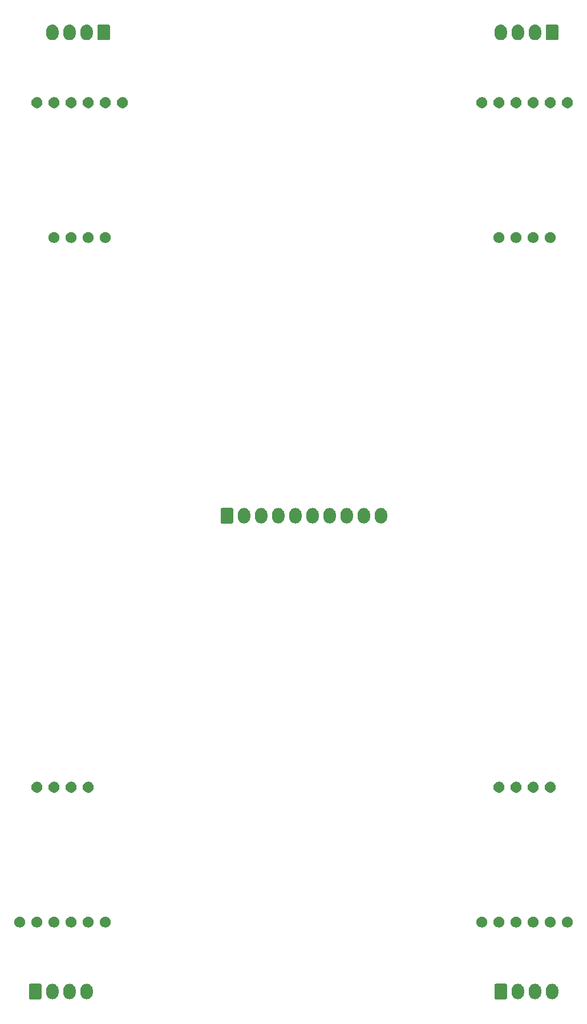
<source format=gbr>
G04 #@! TF.GenerationSoftware,KiCad,Pcbnew,(5.1.5-0)*
G04 #@! TF.CreationDate,2020-03-21T21:07:46+01:00*
G04 #@! TF.ProjectId,load_cells_connector_board,6c6f6164-5f63-4656-9c6c-735f636f6e6e,v01*
G04 #@! TF.SameCoordinates,Original*
G04 #@! TF.FileFunction,Soldermask,Bot*
G04 #@! TF.FilePolarity,Negative*
%FSLAX46Y46*%
G04 Gerber Fmt 4.6, Leading zero omitted, Abs format (unit mm)*
G04 Created by KiCad (PCBNEW (5.1.5-0)) date 2020-03-21 21:07:46*
%MOMM*%
%LPD*%
G04 APERTURE LIST*
%ADD10C,0.100000*%
G04 APERTURE END LIST*
D10*
G36*
X102796547Y-179202326D02*
G01*
X102970156Y-179254990D01*
X102970158Y-179254991D01*
X103130155Y-179340511D01*
X103270397Y-179455603D01*
X103349729Y-179552271D01*
X103385489Y-179595844D01*
X103471010Y-179755843D01*
X103523674Y-179929452D01*
X103537000Y-180064756D01*
X103537000Y-180615243D01*
X103523674Y-180750548D01*
X103471010Y-180924157D01*
X103385489Y-181084156D01*
X103349729Y-181127729D01*
X103270397Y-181224397D01*
X103173729Y-181303729D01*
X103130156Y-181339489D01*
X102970157Y-181425010D01*
X102796548Y-181477674D01*
X102616000Y-181495456D01*
X102435453Y-181477674D01*
X102261844Y-181425010D01*
X102101845Y-181339489D01*
X102058272Y-181303729D01*
X101961604Y-181224397D01*
X101846513Y-181084157D01*
X101846512Y-181084155D01*
X101760990Y-180924157D01*
X101708326Y-180750548D01*
X101695000Y-180615244D01*
X101695000Y-180064757D01*
X101708326Y-179929453D01*
X101760990Y-179755844D01*
X101846511Y-179595845D01*
X101846512Y-179595844D01*
X101961603Y-179455603D01*
X102087388Y-179352375D01*
X102101844Y-179340511D01*
X102261843Y-179254990D01*
X102435452Y-179202326D01*
X102616000Y-179184544D01*
X102796547Y-179202326D01*
G37*
G36*
X105336547Y-179202326D02*
G01*
X105510156Y-179254990D01*
X105510158Y-179254991D01*
X105670155Y-179340511D01*
X105810397Y-179455603D01*
X105889729Y-179552271D01*
X105925489Y-179595844D01*
X106011010Y-179755843D01*
X106063674Y-179929452D01*
X106077000Y-180064756D01*
X106077000Y-180615243D01*
X106063674Y-180750548D01*
X106011010Y-180924157D01*
X105925489Y-181084156D01*
X105889729Y-181127729D01*
X105810397Y-181224397D01*
X105713729Y-181303729D01*
X105670156Y-181339489D01*
X105510157Y-181425010D01*
X105336548Y-181477674D01*
X105156000Y-181495456D01*
X104975453Y-181477674D01*
X104801844Y-181425010D01*
X104641845Y-181339489D01*
X104598272Y-181303729D01*
X104501604Y-181224397D01*
X104386513Y-181084157D01*
X104386512Y-181084155D01*
X104300990Y-180924157D01*
X104248326Y-180750548D01*
X104235000Y-180615244D01*
X104235000Y-180064757D01*
X104248326Y-179929453D01*
X104300990Y-179755844D01*
X104386511Y-179595845D01*
X104386512Y-179595844D01*
X104501603Y-179455603D01*
X104627388Y-179352375D01*
X104641844Y-179340511D01*
X104801843Y-179254990D01*
X104975452Y-179202326D01*
X105156000Y-179184544D01*
X105336547Y-179202326D01*
G37*
G36*
X107876547Y-179202326D02*
G01*
X108050156Y-179254990D01*
X108050158Y-179254991D01*
X108210155Y-179340511D01*
X108350397Y-179455603D01*
X108429729Y-179552271D01*
X108465489Y-179595844D01*
X108551010Y-179755843D01*
X108603674Y-179929452D01*
X108617000Y-180064756D01*
X108617000Y-180615243D01*
X108603674Y-180750548D01*
X108551010Y-180924157D01*
X108465489Y-181084156D01*
X108429729Y-181127729D01*
X108350397Y-181224397D01*
X108253729Y-181303729D01*
X108210156Y-181339489D01*
X108050157Y-181425010D01*
X107876548Y-181477674D01*
X107696000Y-181495456D01*
X107515453Y-181477674D01*
X107341844Y-181425010D01*
X107181845Y-181339489D01*
X107138272Y-181303729D01*
X107041604Y-181224397D01*
X106926513Y-181084157D01*
X106926512Y-181084155D01*
X106840990Y-180924157D01*
X106788326Y-180750548D01*
X106775000Y-180615244D01*
X106775000Y-180064757D01*
X106788326Y-179929453D01*
X106840990Y-179755844D01*
X106926511Y-179595845D01*
X106926512Y-179595844D01*
X107041603Y-179455603D01*
X107167388Y-179352375D01*
X107181844Y-179340511D01*
X107341843Y-179254990D01*
X107515452Y-179202326D01*
X107696000Y-179184544D01*
X107876547Y-179202326D01*
G37*
G36*
X171884547Y-179202326D02*
G01*
X172058156Y-179254990D01*
X172058158Y-179254991D01*
X172218155Y-179340511D01*
X172358397Y-179455603D01*
X172437729Y-179552271D01*
X172473489Y-179595844D01*
X172559010Y-179755843D01*
X172611674Y-179929452D01*
X172625000Y-180064756D01*
X172625000Y-180615243D01*
X172611674Y-180750548D01*
X172559010Y-180924157D01*
X172473489Y-181084156D01*
X172437729Y-181127729D01*
X172358397Y-181224397D01*
X172261729Y-181303729D01*
X172218156Y-181339489D01*
X172058157Y-181425010D01*
X171884548Y-181477674D01*
X171704000Y-181495456D01*
X171523453Y-181477674D01*
X171349844Y-181425010D01*
X171189845Y-181339489D01*
X171146272Y-181303729D01*
X171049604Y-181224397D01*
X170934513Y-181084157D01*
X170934512Y-181084155D01*
X170848990Y-180924157D01*
X170796326Y-180750548D01*
X170783000Y-180615244D01*
X170783000Y-180064757D01*
X170796326Y-179929453D01*
X170848990Y-179755844D01*
X170934511Y-179595845D01*
X170934512Y-179595844D01*
X171049603Y-179455603D01*
X171175388Y-179352375D01*
X171189844Y-179340511D01*
X171349843Y-179254990D01*
X171523452Y-179202326D01*
X171704000Y-179184544D01*
X171884547Y-179202326D01*
G37*
G36*
X174424547Y-179202326D02*
G01*
X174598156Y-179254990D01*
X174598158Y-179254991D01*
X174758155Y-179340511D01*
X174898397Y-179455603D01*
X174977729Y-179552271D01*
X175013489Y-179595844D01*
X175099010Y-179755843D01*
X175151674Y-179929452D01*
X175165000Y-180064756D01*
X175165000Y-180615243D01*
X175151674Y-180750548D01*
X175099010Y-180924157D01*
X175013489Y-181084156D01*
X174977729Y-181127729D01*
X174898397Y-181224397D01*
X174801729Y-181303729D01*
X174758156Y-181339489D01*
X174598157Y-181425010D01*
X174424548Y-181477674D01*
X174244000Y-181495456D01*
X174063453Y-181477674D01*
X173889844Y-181425010D01*
X173729845Y-181339489D01*
X173686272Y-181303729D01*
X173589604Y-181224397D01*
X173474513Y-181084157D01*
X173474512Y-181084155D01*
X173388990Y-180924157D01*
X173336326Y-180750548D01*
X173323000Y-180615244D01*
X173323000Y-180064757D01*
X173336326Y-179929453D01*
X173388990Y-179755844D01*
X173474511Y-179595845D01*
X173474512Y-179595844D01*
X173589603Y-179455603D01*
X173715388Y-179352375D01*
X173729844Y-179340511D01*
X173889843Y-179254990D01*
X174063452Y-179202326D01*
X174244000Y-179184544D01*
X174424547Y-179202326D01*
G37*
G36*
X176964547Y-179202326D02*
G01*
X177138156Y-179254990D01*
X177138158Y-179254991D01*
X177298155Y-179340511D01*
X177438397Y-179455603D01*
X177517729Y-179552271D01*
X177553489Y-179595844D01*
X177639010Y-179755843D01*
X177691674Y-179929452D01*
X177705000Y-180064756D01*
X177705000Y-180615243D01*
X177691674Y-180750548D01*
X177639010Y-180924157D01*
X177553489Y-181084156D01*
X177517729Y-181127729D01*
X177438397Y-181224397D01*
X177341729Y-181303729D01*
X177298156Y-181339489D01*
X177138157Y-181425010D01*
X176964548Y-181477674D01*
X176784000Y-181495456D01*
X176603453Y-181477674D01*
X176429844Y-181425010D01*
X176269845Y-181339489D01*
X176226272Y-181303729D01*
X176129604Y-181224397D01*
X176014513Y-181084157D01*
X176014512Y-181084155D01*
X175928990Y-180924157D01*
X175876326Y-180750548D01*
X175863000Y-180615244D01*
X175863000Y-180064757D01*
X175876326Y-179929453D01*
X175928990Y-179755844D01*
X176014511Y-179595845D01*
X176014512Y-179595844D01*
X176129603Y-179455603D01*
X176255388Y-179352375D01*
X176269844Y-179340511D01*
X176429843Y-179254990D01*
X176603452Y-179202326D01*
X176784000Y-179184544D01*
X176964547Y-179202326D01*
G37*
G36*
X169943561Y-179192966D02*
G01*
X169976383Y-179202923D01*
X170006632Y-179219092D01*
X170033148Y-179240852D01*
X170054908Y-179267368D01*
X170071077Y-179297617D01*
X170081034Y-179330439D01*
X170085000Y-179370713D01*
X170085000Y-181309287D01*
X170081034Y-181349561D01*
X170071077Y-181382383D01*
X170054908Y-181412632D01*
X170033148Y-181439148D01*
X170006632Y-181460908D01*
X169976383Y-181477077D01*
X169943561Y-181487034D01*
X169903287Y-181491000D01*
X168424713Y-181491000D01*
X168384439Y-181487034D01*
X168351617Y-181477077D01*
X168321368Y-181460908D01*
X168294852Y-181439148D01*
X168273092Y-181412632D01*
X168256923Y-181382383D01*
X168246966Y-181349561D01*
X168243000Y-181309287D01*
X168243000Y-179370713D01*
X168246966Y-179330439D01*
X168256923Y-179297617D01*
X168273092Y-179267368D01*
X168294852Y-179240852D01*
X168321368Y-179219092D01*
X168351617Y-179202923D01*
X168384439Y-179192966D01*
X168424713Y-179189000D01*
X169903287Y-179189000D01*
X169943561Y-179192966D01*
G37*
G36*
X100855561Y-179192966D02*
G01*
X100888383Y-179202923D01*
X100918632Y-179219092D01*
X100945148Y-179240852D01*
X100966908Y-179267368D01*
X100983077Y-179297617D01*
X100993034Y-179330439D01*
X100997000Y-179370713D01*
X100997000Y-181309287D01*
X100993034Y-181349561D01*
X100983077Y-181382383D01*
X100966908Y-181412632D01*
X100945148Y-181439148D01*
X100918632Y-181460908D01*
X100888383Y-181477077D01*
X100855561Y-181487034D01*
X100815287Y-181491000D01*
X99336713Y-181491000D01*
X99296439Y-181487034D01*
X99263617Y-181477077D01*
X99233368Y-181460908D01*
X99206852Y-181439148D01*
X99185092Y-181412632D01*
X99168923Y-181382383D01*
X99158966Y-181349561D01*
X99155000Y-181309287D01*
X99155000Y-179370713D01*
X99158966Y-179330439D01*
X99168923Y-179297617D01*
X99185092Y-179267368D01*
X99206852Y-179240852D01*
X99233368Y-179219092D01*
X99263617Y-179202923D01*
X99296439Y-179192966D01*
X99336713Y-179189000D01*
X100815287Y-179189000D01*
X100855561Y-179192966D01*
G37*
G36*
X105647142Y-169238242D02*
G01*
X105795101Y-169299529D01*
X105928255Y-169388499D01*
X106041501Y-169501745D01*
X106130471Y-169634899D01*
X106191758Y-169782858D01*
X106223000Y-169939925D01*
X106223000Y-170100075D01*
X106191758Y-170257142D01*
X106130471Y-170405101D01*
X106041501Y-170538255D01*
X105928255Y-170651501D01*
X105795101Y-170740471D01*
X105647142Y-170801758D01*
X105490075Y-170833000D01*
X105329925Y-170833000D01*
X105172858Y-170801758D01*
X105024899Y-170740471D01*
X104891745Y-170651501D01*
X104778499Y-170538255D01*
X104689529Y-170405101D01*
X104628242Y-170257142D01*
X104597000Y-170100075D01*
X104597000Y-169939925D01*
X104628242Y-169782858D01*
X104689529Y-169634899D01*
X104778499Y-169501745D01*
X104891745Y-169388499D01*
X105024899Y-169299529D01*
X105172858Y-169238242D01*
X105329925Y-169207000D01*
X105490075Y-169207000D01*
X105647142Y-169238242D01*
G37*
G36*
X103107142Y-169238242D02*
G01*
X103255101Y-169299529D01*
X103388255Y-169388499D01*
X103501501Y-169501745D01*
X103590471Y-169634899D01*
X103651758Y-169782858D01*
X103683000Y-169939925D01*
X103683000Y-170100075D01*
X103651758Y-170257142D01*
X103590471Y-170405101D01*
X103501501Y-170538255D01*
X103388255Y-170651501D01*
X103255101Y-170740471D01*
X103107142Y-170801758D01*
X102950075Y-170833000D01*
X102789925Y-170833000D01*
X102632858Y-170801758D01*
X102484899Y-170740471D01*
X102351745Y-170651501D01*
X102238499Y-170538255D01*
X102149529Y-170405101D01*
X102088242Y-170257142D01*
X102057000Y-170100075D01*
X102057000Y-169939925D01*
X102088242Y-169782858D01*
X102149529Y-169634899D01*
X102238499Y-169501745D01*
X102351745Y-169388499D01*
X102484899Y-169299529D01*
X102632858Y-169238242D01*
X102789925Y-169207000D01*
X102950075Y-169207000D01*
X103107142Y-169238242D01*
G37*
G36*
X100567142Y-169238242D02*
G01*
X100715101Y-169299529D01*
X100848255Y-169388499D01*
X100961501Y-169501745D01*
X101050471Y-169634899D01*
X101111758Y-169782858D01*
X101143000Y-169939925D01*
X101143000Y-170100075D01*
X101111758Y-170257142D01*
X101050471Y-170405101D01*
X100961501Y-170538255D01*
X100848255Y-170651501D01*
X100715101Y-170740471D01*
X100567142Y-170801758D01*
X100410075Y-170833000D01*
X100249925Y-170833000D01*
X100092858Y-170801758D01*
X99944899Y-170740471D01*
X99811745Y-170651501D01*
X99698499Y-170538255D01*
X99609529Y-170405101D01*
X99548242Y-170257142D01*
X99517000Y-170100075D01*
X99517000Y-169939925D01*
X99548242Y-169782858D01*
X99609529Y-169634899D01*
X99698499Y-169501745D01*
X99811745Y-169388499D01*
X99944899Y-169299529D01*
X100092858Y-169238242D01*
X100249925Y-169207000D01*
X100410075Y-169207000D01*
X100567142Y-169238242D01*
G37*
G36*
X98027142Y-169238242D02*
G01*
X98175101Y-169299529D01*
X98308255Y-169388499D01*
X98421501Y-169501745D01*
X98510471Y-169634899D01*
X98571758Y-169782858D01*
X98603000Y-169939925D01*
X98603000Y-170100075D01*
X98571758Y-170257142D01*
X98510471Y-170405101D01*
X98421501Y-170538255D01*
X98308255Y-170651501D01*
X98175101Y-170740471D01*
X98027142Y-170801758D01*
X97870075Y-170833000D01*
X97709925Y-170833000D01*
X97552858Y-170801758D01*
X97404899Y-170740471D01*
X97271745Y-170651501D01*
X97158499Y-170538255D01*
X97069529Y-170405101D01*
X97008242Y-170257142D01*
X96977000Y-170100075D01*
X96977000Y-169939925D01*
X97008242Y-169782858D01*
X97069529Y-169634899D01*
X97158499Y-169501745D01*
X97271745Y-169388499D01*
X97404899Y-169299529D01*
X97552858Y-169238242D01*
X97709925Y-169207000D01*
X97870075Y-169207000D01*
X98027142Y-169238242D01*
G37*
G36*
X108187142Y-169238242D02*
G01*
X108335101Y-169299529D01*
X108468255Y-169388499D01*
X108581501Y-169501745D01*
X108670471Y-169634899D01*
X108731758Y-169782858D01*
X108763000Y-169939925D01*
X108763000Y-170100075D01*
X108731758Y-170257142D01*
X108670471Y-170405101D01*
X108581501Y-170538255D01*
X108468255Y-170651501D01*
X108335101Y-170740471D01*
X108187142Y-170801758D01*
X108030075Y-170833000D01*
X107869925Y-170833000D01*
X107712858Y-170801758D01*
X107564899Y-170740471D01*
X107431745Y-170651501D01*
X107318499Y-170538255D01*
X107229529Y-170405101D01*
X107168242Y-170257142D01*
X107137000Y-170100075D01*
X107137000Y-169939925D01*
X107168242Y-169782858D01*
X107229529Y-169634899D01*
X107318499Y-169501745D01*
X107431745Y-169388499D01*
X107564899Y-169299529D01*
X107712858Y-169238242D01*
X107869925Y-169207000D01*
X108030075Y-169207000D01*
X108187142Y-169238242D01*
G37*
G36*
X110727142Y-169238242D02*
G01*
X110875101Y-169299529D01*
X111008255Y-169388499D01*
X111121501Y-169501745D01*
X111210471Y-169634899D01*
X111271758Y-169782858D01*
X111303000Y-169939925D01*
X111303000Y-170100075D01*
X111271758Y-170257142D01*
X111210471Y-170405101D01*
X111121501Y-170538255D01*
X111008255Y-170651501D01*
X110875101Y-170740471D01*
X110727142Y-170801758D01*
X110570075Y-170833000D01*
X110409925Y-170833000D01*
X110252858Y-170801758D01*
X110104899Y-170740471D01*
X109971745Y-170651501D01*
X109858499Y-170538255D01*
X109769529Y-170405101D01*
X109708242Y-170257142D01*
X109677000Y-170100075D01*
X109677000Y-169939925D01*
X109708242Y-169782858D01*
X109769529Y-169634899D01*
X109858499Y-169501745D01*
X109971745Y-169388499D01*
X110104899Y-169299529D01*
X110252858Y-169238242D01*
X110409925Y-169207000D01*
X110570075Y-169207000D01*
X110727142Y-169238242D01*
G37*
G36*
X166607142Y-169238242D02*
G01*
X166755101Y-169299529D01*
X166888255Y-169388499D01*
X167001501Y-169501745D01*
X167090471Y-169634899D01*
X167151758Y-169782858D01*
X167183000Y-169939925D01*
X167183000Y-170100075D01*
X167151758Y-170257142D01*
X167090471Y-170405101D01*
X167001501Y-170538255D01*
X166888255Y-170651501D01*
X166755101Y-170740471D01*
X166607142Y-170801758D01*
X166450075Y-170833000D01*
X166289925Y-170833000D01*
X166132858Y-170801758D01*
X165984899Y-170740471D01*
X165851745Y-170651501D01*
X165738499Y-170538255D01*
X165649529Y-170405101D01*
X165588242Y-170257142D01*
X165557000Y-170100075D01*
X165557000Y-169939925D01*
X165588242Y-169782858D01*
X165649529Y-169634899D01*
X165738499Y-169501745D01*
X165851745Y-169388499D01*
X165984899Y-169299529D01*
X166132858Y-169238242D01*
X166289925Y-169207000D01*
X166450075Y-169207000D01*
X166607142Y-169238242D01*
G37*
G36*
X169147142Y-169238242D02*
G01*
X169295101Y-169299529D01*
X169428255Y-169388499D01*
X169541501Y-169501745D01*
X169630471Y-169634899D01*
X169691758Y-169782858D01*
X169723000Y-169939925D01*
X169723000Y-170100075D01*
X169691758Y-170257142D01*
X169630471Y-170405101D01*
X169541501Y-170538255D01*
X169428255Y-170651501D01*
X169295101Y-170740471D01*
X169147142Y-170801758D01*
X168990075Y-170833000D01*
X168829925Y-170833000D01*
X168672858Y-170801758D01*
X168524899Y-170740471D01*
X168391745Y-170651501D01*
X168278499Y-170538255D01*
X168189529Y-170405101D01*
X168128242Y-170257142D01*
X168097000Y-170100075D01*
X168097000Y-169939925D01*
X168128242Y-169782858D01*
X168189529Y-169634899D01*
X168278499Y-169501745D01*
X168391745Y-169388499D01*
X168524899Y-169299529D01*
X168672858Y-169238242D01*
X168829925Y-169207000D01*
X168990075Y-169207000D01*
X169147142Y-169238242D01*
G37*
G36*
X171687142Y-169238242D02*
G01*
X171835101Y-169299529D01*
X171968255Y-169388499D01*
X172081501Y-169501745D01*
X172170471Y-169634899D01*
X172231758Y-169782858D01*
X172263000Y-169939925D01*
X172263000Y-170100075D01*
X172231758Y-170257142D01*
X172170471Y-170405101D01*
X172081501Y-170538255D01*
X171968255Y-170651501D01*
X171835101Y-170740471D01*
X171687142Y-170801758D01*
X171530075Y-170833000D01*
X171369925Y-170833000D01*
X171212858Y-170801758D01*
X171064899Y-170740471D01*
X170931745Y-170651501D01*
X170818499Y-170538255D01*
X170729529Y-170405101D01*
X170668242Y-170257142D01*
X170637000Y-170100075D01*
X170637000Y-169939925D01*
X170668242Y-169782858D01*
X170729529Y-169634899D01*
X170818499Y-169501745D01*
X170931745Y-169388499D01*
X171064899Y-169299529D01*
X171212858Y-169238242D01*
X171369925Y-169207000D01*
X171530075Y-169207000D01*
X171687142Y-169238242D01*
G37*
G36*
X174227142Y-169238242D02*
G01*
X174375101Y-169299529D01*
X174508255Y-169388499D01*
X174621501Y-169501745D01*
X174710471Y-169634899D01*
X174771758Y-169782858D01*
X174803000Y-169939925D01*
X174803000Y-170100075D01*
X174771758Y-170257142D01*
X174710471Y-170405101D01*
X174621501Y-170538255D01*
X174508255Y-170651501D01*
X174375101Y-170740471D01*
X174227142Y-170801758D01*
X174070075Y-170833000D01*
X173909925Y-170833000D01*
X173752858Y-170801758D01*
X173604899Y-170740471D01*
X173471745Y-170651501D01*
X173358499Y-170538255D01*
X173269529Y-170405101D01*
X173208242Y-170257142D01*
X173177000Y-170100075D01*
X173177000Y-169939925D01*
X173208242Y-169782858D01*
X173269529Y-169634899D01*
X173358499Y-169501745D01*
X173471745Y-169388499D01*
X173604899Y-169299529D01*
X173752858Y-169238242D01*
X173909925Y-169207000D01*
X174070075Y-169207000D01*
X174227142Y-169238242D01*
G37*
G36*
X176767142Y-169238242D02*
G01*
X176915101Y-169299529D01*
X177048255Y-169388499D01*
X177161501Y-169501745D01*
X177250471Y-169634899D01*
X177311758Y-169782858D01*
X177343000Y-169939925D01*
X177343000Y-170100075D01*
X177311758Y-170257142D01*
X177250471Y-170405101D01*
X177161501Y-170538255D01*
X177048255Y-170651501D01*
X176915101Y-170740471D01*
X176767142Y-170801758D01*
X176610075Y-170833000D01*
X176449925Y-170833000D01*
X176292858Y-170801758D01*
X176144899Y-170740471D01*
X176011745Y-170651501D01*
X175898499Y-170538255D01*
X175809529Y-170405101D01*
X175748242Y-170257142D01*
X175717000Y-170100075D01*
X175717000Y-169939925D01*
X175748242Y-169782858D01*
X175809529Y-169634899D01*
X175898499Y-169501745D01*
X176011745Y-169388499D01*
X176144899Y-169299529D01*
X176292858Y-169238242D01*
X176449925Y-169207000D01*
X176610075Y-169207000D01*
X176767142Y-169238242D01*
G37*
G36*
X179307142Y-169238242D02*
G01*
X179455101Y-169299529D01*
X179588255Y-169388499D01*
X179701501Y-169501745D01*
X179790471Y-169634899D01*
X179851758Y-169782858D01*
X179883000Y-169939925D01*
X179883000Y-170100075D01*
X179851758Y-170257142D01*
X179790471Y-170405101D01*
X179701501Y-170538255D01*
X179588255Y-170651501D01*
X179455101Y-170740471D01*
X179307142Y-170801758D01*
X179150075Y-170833000D01*
X178989925Y-170833000D01*
X178832858Y-170801758D01*
X178684899Y-170740471D01*
X178551745Y-170651501D01*
X178438499Y-170538255D01*
X178349529Y-170405101D01*
X178288242Y-170257142D01*
X178257000Y-170100075D01*
X178257000Y-169939925D01*
X178288242Y-169782858D01*
X178349529Y-169634899D01*
X178438499Y-169501745D01*
X178551745Y-169388499D01*
X178684899Y-169299529D01*
X178832858Y-169238242D01*
X178989925Y-169207000D01*
X179150075Y-169207000D01*
X179307142Y-169238242D01*
G37*
G36*
X108187142Y-149238242D02*
G01*
X108335101Y-149299529D01*
X108468255Y-149388499D01*
X108581501Y-149501745D01*
X108670471Y-149634899D01*
X108731758Y-149782858D01*
X108763000Y-149939925D01*
X108763000Y-150100075D01*
X108731758Y-150257142D01*
X108670471Y-150405101D01*
X108581501Y-150538255D01*
X108468255Y-150651501D01*
X108335101Y-150740471D01*
X108187142Y-150801758D01*
X108030075Y-150833000D01*
X107869925Y-150833000D01*
X107712858Y-150801758D01*
X107564899Y-150740471D01*
X107431745Y-150651501D01*
X107318499Y-150538255D01*
X107229529Y-150405101D01*
X107168242Y-150257142D01*
X107137000Y-150100075D01*
X107137000Y-149939925D01*
X107168242Y-149782858D01*
X107229529Y-149634899D01*
X107318499Y-149501745D01*
X107431745Y-149388499D01*
X107564899Y-149299529D01*
X107712858Y-149238242D01*
X107869925Y-149207000D01*
X108030075Y-149207000D01*
X108187142Y-149238242D01*
G37*
G36*
X105647142Y-149238242D02*
G01*
X105795101Y-149299529D01*
X105928255Y-149388499D01*
X106041501Y-149501745D01*
X106130471Y-149634899D01*
X106191758Y-149782858D01*
X106223000Y-149939925D01*
X106223000Y-150100075D01*
X106191758Y-150257142D01*
X106130471Y-150405101D01*
X106041501Y-150538255D01*
X105928255Y-150651501D01*
X105795101Y-150740471D01*
X105647142Y-150801758D01*
X105490075Y-150833000D01*
X105329925Y-150833000D01*
X105172858Y-150801758D01*
X105024899Y-150740471D01*
X104891745Y-150651501D01*
X104778499Y-150538255D01*
X104689529Y-150405101D01*
X104628242Y-150257142D01*
X104597000Y-150100075D01*
X104597000Y-149939925D01*
X104628242Y-149782858D01*
X104689529Y-149634899D01*
X104778499Y-149501745D01*
X104891745Y-149388499D01*
X105024899Y-149299529D01*
X105172858Y-149238242D01*
X105329925Y-149207000D01*
X105490075Y-149207000D01*
X105647142Y-149238242D01*
G37*
G36*
X103107142Y-149238242D02*
G01*
X103255101Y-149299529D01*
X103388255Y-149388499D01*
X103501501Y-149501745D01*
X103590471Y-149634899D01*
X103651758Y-149782858D01*
X103683000Y-149939925D01*
X103683000Y-150100075D01*
X103651758Y-150257142D01*
X103590471Y-150405101D01*
X103501501Y-150538255D01*
X103388255Y-150651501D01*
X103255101Y-150740471D01*
X103107142Y-150801758D01*
X102950075Y-150833000D01*
X102789925Y-150833000D01*
X102632858Y-150801758D01*
X102484899Y-150740471D01*
X102351745Y-150651501D01*
X102238499Y-150538255D01*
X102149529Y-150405101D01*
X102088242Y-150257142D01*
X102057000Y-150100075D01*
X102057000Y-149939925D01*
X102088242Y-149782858D01*
X102149529Y-149634899D01*
X102238499Y-149501745D01*
X102351745Y-149388499D01*
X102484899Y-149299529D01*
X102632858Y-149238242D01*
X102789925Y-149207000D01*
X102950075Y-149207000D01*
X103107142Y-149238242D01*
G37*
G36*
X100567142Y-149238242D02*
G01*
X100715101Y-149299529D01*
X100848255Y-149388499D01*
X100961501Y-149501745D01*
X101050471Y-149634899D01*
X101111758Y-149782858D01*
X101143000Y-149939925D01*
X101143000Y-150100075D01*
X101111758Y-150257142D01*
X101050471Y-150405101D01*
X100961501Y-150538255D01*
X100848255Y-150651501D01*
X100715101Y-150740471D01*
X100567142Y-150801758D01*
X100410075Y-150833000D01*
X100249925Y-150833000D01*
X100092858Y-150801758D01*
X99944899Y-150740471D01*
X99811745Y-150651501D01*
X99698499Y-150538255D01*
X99609529Y-150405101D01*
X99548242Y-150257142D01*
X99517000Y-150100075D01*
X99517000Y-149939925D01*
X99548242Y-149782858D01*
X99609529Y-149634899D01*
X99698499Y-149501745D01*
X99811745Y-149388499D01*
X99944899Y-149299529D01*
X100092858Y-149238242D01*
X100249925Y-149207000D01*
X100410075Y-149207000D01*
X100567142Y-149238242D01*
G37*
G36*
X171687142Y-149238242D02*
G01*
X171835101Y-149299529D01*
X171968255Y-149388499D01*
X172081501Y-149501745D01*
X172170471Y-149634899D01*
X172231758Y-149782858D01*
X172263000Y-149939925D01*
X172263000Y-150100075D01*
X172231758Y-150257142D01*
X172170471Y-150405101D01*
X172081501Y-150538255D01*
X171968255Y-150651501D01*
X171835101Y-150740471D01*
X171687142Y-150801758D01*
X171530075Y-150833000D01*
X171369925Y-150833000D01*
X171212858Y-150801758D01*
X171064899Y-150740471D01*
X170931745Y-150651501D01*
X170818499Y-150538255D01*
X170729529Y-150405101D01*
X170668242Y-150257142D01*
X170637000Y-150100075D01*
X170637000Y-149939925D01*
X170668242Y-149782858D01*
X170729529Y-149634899D01*
X170818499Y-149501745D01*
X170931745Y-149388499D01*
X171064899Y-149299529D01*
X171212858Y-149238242D01*
X171369925Y-149207000D01*
X171530075Y-149207000D01*
X171687142Y-149238242D01*
G37*
G36*
X174227142Y-149238242D02*
G01*
X174375101Y-149299529D01*
X174508255Y-149388499D01*
X174621501Y-149501745D01*
X174710471Y-149634899D01*
X174771758Y-149782858D01*
X174803000Y-149939925D01*
X174803000Y-150100075D01*
X174771758Y-150257142D01*
X174710471Y-150405101D01*
X174621501Y-150538255D01*
X174508255Y-150651501D01*
X174375101Y-150740471D01*
X174227142Y-150801758D01*
X174070075Y-150833000D01*
X173909925Y-150833000D01*
X173752858Y-150801758D01*
X173604899Y-150740471D01*
X173471745Y-150651501D01*
X173358499Y-150538255D01*
X173269529Y-150405101D01*
X173208242Y-150257142D01*
X173177000Y-150100075D01*
X173177000Y-149939925D01*
X173208242Y-149782858D01*
X173269529Y-149634899D01*
X173358499Y-149501745D01*
X173471745Y-149388499D01*
X173604899Y-149299529D01*
X173752858Y-149238242D01*
X173909925Y-149207000D01*
X174070075Y-149207000D01*
X174227142Y-149238242D01*
G37*
G36*
X176767142Y-149238242D02*
G01*
X176915101Y-149299529D01*
X177048255Y-149388499D01*
X177161501Y-149501745D01*
X177250471Y-149634899D01*
X177311758Y-149782858D01*
X177343000Y-149939925D01*
X177343000Y-150100075D01*
X177311758Y-150257142D01*
X177250471Y-150405101D01*
X177161501Y-150538255D01*
X177048255Y-150651501D01*
X176915101Y-150740471D01*
X176767142Y-150801758D01*
X176610075Y-150833000D01*
X176449925Y-150833000D01*
X176292858Y-150801758D01*
X176144899Y-150740471D01*
X176011745Y-150651501D01*
X175898499Y-150538255D01*
X175809529Y-150405101D01*
X175748242Y-150257142D01*
X175717000Y-150100075D01*
X175717000Y-149939925D01*
X175748242Y-149782858D01*
X175809529Y-149634899D01*
X175898499Y-149501745D01*
X176011745Y-149388499D01*
X176144899Y-149299529D01*
X176292858Y-149238242D01*
X176449925Y-149207000D01*
X176610075Y-149207000D01*
X176767142Y-149238242D01*
G37*
G36*
X169147142Y-149238242D02*
G01*
X169295101Y-149299529D01*
X169428255Y-149388499D01*
X169541501Y-149501745D01*
X169630471Y-149634899D01*
X169691758Y-149782858D01*
X169723000Y-149939925D01*
X169723000Y-150100075D01*
X169691758Y-150257142D01*
X169630471Y-150405101D01*
X169541501Y-150538255D01*
X169428255Y-150651501D01*
X169295101Y-150740471D01*
X169147142Y-150801758D01*
X168990075Y-150833000D01*
X168829925Y-150833000D01*
X168672858Y-150801758D01*
X168524899Y-150740471D01*
X168391745Y-150651501D01*
X168278499Y-150538255D01*
X168189529Y-150405101D01*
X168128242Y-150257142D01*
X168097000Y-150100075D01*
X168097000Y-149939925D01*
X168128242Y-149782858D01*
X168189529Y-149634899D01*
X168278499Y-149501745D01*
X168391745Y-149388499D01*
X168524899Y-149299529D01*
X168672858Y-149238242D01*
X168829925Y-149207000D01*
X168990075Y-149207000D01*
X169147142Y-149238242D01*
G37*
G36*
X149024547Y-108590326D02*
G01*
X149198156Y-108642990D01*
X149198158Y-108642991D01*
X149358155Y-108728511D01*
X149498397Y-108843603D01*
X149577729Y-108940271D01*
X149613489Y-108983844D01*
X149699010Y-109143843D01*
X149751674Y-109317452D01*
X149765000Y-109452756D01*
X149765000Y-110003243D01*
X149751674Y-110138548D01*
X149699010Y-110312157D01*
X149613489Y-110472156D01*
X149577729Y-110515729D01*
X149498397Y-110612397D01*
X149401729Y-110691729D01*
X149358156Y-110727489D01*
X149198157Y-110813010D01*
X149024548Y-110865674D01*
X148844000Y-110883456D01*
X148663453Y-110865674D01*
X148489844Y-110813010D01*
X148329845Y-110727489D01*
X148286272Y-110691729D01*
X148189604Y-110612397D01*
X148074513Y-110472157D01*
X148074512Y-110472155D01*
X147988990Y-110312157D01*
X147936326Y-110138548D01*
X147923000Y-110003244D01*
X147923000Y-109452757D01*
X147936326Y-109317453D01*
X147988990Y-109143844D01*
X148074511Y-108983845D01*
X148074512Y-108983844D01*
X148189603Y-108843603D01*
X148315388Y-108740375D01*
X148329844Y-108728511D01*
X148489843Y-108642990D01*
X148663452Y-108590326D01*
X148844000Y-108572544D01*
X149024547Y-108590326D01*
G37*
G36*
X151564547Y-108590326D02*
G01*
X151738156Y-108642990D01*
X151738158Y-108642991D01*
X151898155Y-108728511D01*
X152038397Y-108843603D01*
X152117729Y-108940271D01*
X152153489Y-108983844D01*
X152239010Y-109143843D01*
X152291674Y-109317452D01*
X152305000Y-109452756D01*
X152305000Y-110003243D01*
X152291674Y-110138548D01*
X152239010Y-110312157D01*
X152153489Y-110472156D01*
X152117729Y-110515729D01*
X152038397Y-110612397D01*
X151941729Y-110691729D01*
X151898156Y-110727489D01*
X151738157Y-110813010D01*
X151564548Y-110865674D01*
X151384000Y-110883456D01*
X151203453Y-110865674D01*
X151029844Y-110813010D01*
X150869845Y-110727489D01*
X150826272Y-110691729D01*
X150729604Y-110612397D01*
X150614513Y-110472157D01*
X150614512Y-110472155D01*
X150528990Y-110312157D01*
X150476326Y-110138548D01*
X150463000Y-110003244D01*
X150463000Y-109452757D01*
X150476326Y-109317453D01*
X150528990Y-109143844D01*
X150614511Y-108983845D01*
X150614512Y-108983844D01*
X150729603Y-108843603D01*
X150855388Y-108740375D01*
X150869844Y-108728511D01*
X151029843Y-108642990D01*
X151203452Y-108590326D01*
X151384000Y-108572544D01*
X151564547Y-108590326D01*
G37*
G36*
X131244547Y-108590326D02*
G01*
X131418156Y-108642990D01*
X131418158Y-108642991D01*
X131578155Y-108728511D01*
X131718397Y-108843603D01*
X131797729Y-108940271D01*
X131833489Y-108983844D01*
X131919010Y-109143843D01*
X131971674Y-109317452D01*
X131985000Y-109452756D01*
X131985000Y-110003243D01*
X131971674Y-110138548D01*
X131919010Y-110312157D01*
X131833489Y-110472156D01*
X131797729Y-110515729D01*
X131718397Y-110612397D01*
X131621729Y-110691729D01*
X131578156Y-110727489D01*
X131418157Y-110813010D01*
X131244548Y-110865674D01*
X131064000Y-110883456D01*
X130883453Y-110865674D01*
X130709844Y-110813010D01*
X130549845Y-110727489D01*
X130506272Y-110691729D01*
X130409604Y-110612397D01*
X130294513Y-110472157D01*
X130294512Y-110472155D01*
X130208990Y-110312157D01*
X130156326Y-110138548D01*
X130143000Y-110003244D01*
X130143000Y-109452757D01*
X130156326Y-109317453D01*
X130208990Y-109143844D01*
X130294511Y-108983845D01*
X130294512Y-108983844D01*
X130409603Y-108843603D01*
X130535388Y-108740375D01*
X130549844Y-108728511D01*
X130709843Y-108642990D01*
X130883452Y-108590326D01*
X131064000Y-108572544D01*
X131244547Y-108590326D01*
G37*
G36*
X133784547Y-108590326D02*
G01*
X133958156Y-108642990D01*
X133958158Y-108642991D01*
X134118155Y-108728511D01*
X134258397Y-108843603D01*
X134337729Y-108940271D01*
X134373489Y-108983844D01*
X134459010Y-109143843D01*
X134511674Y-109317452D01*
X134525000Y-109452756D01*
X134525000Y-110003243D01*
X134511674Y-110138548D01*
X134459010Y-110312157D01*
X134373489Y-110472156D01*
X134337729Y-110515729D01*
X134258397Y-110612397D01*
X134161729Y-110691729D01*
X134118156Y-110727489D01*
X133958157Y-110813010D01*
X133784548Y-110865674D01*
X133604000Y-110883456D01*
X133423453Y-110865674D01*
X133249844Y-110813010D01*
X133089845Y-110727489D01*
X133046272Y-110691729D01*
X132949604Y-110612397D01*
X132834513Y-110472157D01*
X132834512Y-110472155D01*
X132748990Y-110312157D01*
X132696326Y-110138548D01*
X132683000Y-110003244D01*
X132683000Y-109452757D01*
X132696326Y-109317453D01*
X132748990Y-109143844D01*
X132834511Y-108983845D01*
X132834512Y-108983844D01*
X132949603Y-108843603D01*
X133075388Y-108740375D01*
X133089844Y-108728511D01*
X133249843Y-108642990D01*
X133423452Y-108590326D01*
X133604000Y-108572544D01*
X133784547Y-108590326D01*
G37*
G36*
X136324547Y-108590326D02*
G01*
X136498156Y-108642990D01*
X136498158Y-108642991D01*
X136658155Y-108728511D01*
X136798397Y-108843603D01*
X136877729Y-108940271D01*
X136913489Y-108983844D01*
X136999010Y-109143843D01*
X137051674Y-109317452D01*
X137065000Y-109452756D01*
X137065000Y-110003243D01*
X137051674Y-110138548D01*
X136999010Y-110312157D01*
X136913489Y-110472156D01*
X136877729Y-110515729D01*
X136798397Y-110612397D01*
X136701729Y-110691729D01*
X136658156Y-110727489D01*
X136498157Y-110813010D01*
X136324548Y-110865674D01*
X136144000Y-110883456D01*
X135963453Y-110865674D01*
X135789844Y-110813010D01*
X135629845Y-110727489D01*
X135586272Y-110691729D01*
X135489604Y-110612397D01*
X135374513Y-110472157D01*
X135374512Y-110472155D01*
X135288990Y-110312157D01*
X135236326Y-110138548D01*
X135223000Y-110003244D01*
X135223000Y-109452757D01*
X135236326Y-109317453D01*
X135288990Y-109143844D01*
X135374511Y-108983845D01*
X135374512Y-108983844D01*
X135489603Y-108843603D01*
X135615388Y-108740375D01*
X135629844Y-108728511D01*
X135789843Y-108642990D01*
X135963452Y-108590326D01*
X136144000Y-108572544D01*
X136324547Y-108590326D01*
G37*
G36*
X138864547Y-108590326D02*
G01*
X139038156Y-108642990D01*
X139038158Y-108642991D01*
X139198155Y-108728511D01*
X139338397Y-108843603D01*
X139417729Y-108940271D01*
X139453489Y-108983844D01*
X139539010Y-109143843D01*
X139591674Y-109317452D01*
X139605000Y-109452756D01*
X139605000Y-110003243D01*
X139591674Y-110138548D01*
X139539010Y-110312157D01*
X139453489Y-110472156D01*
X139417729Y-110515729D01*
X139338397Y-110612397D01*
X139241729Y-110691729D01*
X139198156Y-110727489D01*
X139038157Y-110813010D01*
X138864548Y-110865674D01*
X138684000Y-110883456D01*
X138503453Y-110865674D01*
X138329844Y-110813010D01*
X138169845Y-110727489D01*
X138126272Y-110691729D01*
X138029604Y-110612397D01*
X137914513Y-110472157D01*
X137914512Y-110472155D01*
X137828990Y-110312157D01*
X137776326Y-110138548D01*
X137763000Y-110003244D01*
X137763000Y-109452757D01*
X137776326Y-109317453D01*
X137828990Y-109143844D01*
X137914511Y-108983845D01*
X137914512Y-108983844D01*
X138029603Y-108843603D01*
X138155388Y-108740375D01*
X138169844Y-108728511D01*
X138329843Y-108642990D01*
X138503452Y-108590326D01*
X138684000Y-108572544D01*
X138864547Y-108590326D01*
G37*
G36*
X141404547Y-108590326D02*
G01*
X141578156Y-108642990D01*
X141578158Y-108642991D01*
X141738155Y-108728511D01*
X141878397Y-108843603D01*
X141957729Y-108940271D01*
X141993489Y-108983844D01*
X142079010Y-109143843D01*
X142131674Y-109317452D01*
X142145000Y-109452756D01*
X142145000Y-110003243D01*
X142131674Y-110138548D01*
X142079010Y-110312157D01*
X141993489Y-110472156D01*
X141957729Y-110515729D01*
X141878397Y-110612397D01*
X141781729Y-110691729D01*
X141738156Y-110727489D01*
X141578157Y-110813010D01*
X141404548Y-110865674D01*
X141224000Y-110883456D01*
X141043453Y-110865674D01*
X140869844Y-110813010D01*
X140709845Y-110727489D01*
X140666272Y-110691729D01*
X140569604Y-110612397D01*
X140454513Y-110472157D01*
X140454512Y-110472155D01*
X140368990Y-110312157D01*
X140316326Y-110138548D01*
X140303000Y-110003244D01*
X140303000Y-109452757D01*
X140316326Y-109317453D01*
X140368990Y-109143844D01*
X140454511Y-108983845D01*
X140454512Y-108983844D01*
X140569603Y-108843603D01*
X140695388Y-108740375D01*
X140709844Y-108728511D01*
X140869843Y-108642990D01*
X141043452Y-108590326D01*
X141224000Y-108572544D01*
X141404547Y-108590326D01*
G37*
G36*
X143944547Y-108590326D02*
G01*
X144118156Y-108642990D01*
X144118158Y-108642991D01*
X144278155Y-108728511D01*
X144418397Y-108843603D01*
X144497729Y-108940271D01*
X144533489Y-108983844D01*
X144619010Y-109143843D01*
X144671674Y-109317452D01*
X144685000Y-109452756D01*
X144685000Y-110003243D01*
X144671674Y-110138548D01*
X144619010Y-110312157D01*
X144533489Y-110472156D01*
X144497729Y-110515729D01*
X144418397Y-110612397D01*
X144321729Y-110691729D01*
X144278156Y-110727489D01*
X144118157Y-110813010D01*
X143944548Y-110865674D01*
X143764000Y-110883456D01*
X143583453Y-110865674D01*
X143409844Y-110813010D01*
X143249845Y-110727489D01*
X143206272Y-110691729D01*
X143109604Y-110612397D01*
X142994513Y-110472157D01*
X142994512Y-110472155D01*
X142908990Y-110312157D01*
X142856326Y-110138548D01*
X142843000Y-110003244D01*
X142843000Y-109452757D01*
X142856326Y-109317453D01*
X142908990Y-109143844D01*
X142994511Y-108983845D01*
X142994512Y-108983844D01*
X143109603Y-108843603D01*
X143235388Y-108740375D01*
X143249844Y-108728511D01*
X143409843Y-108642990D01*
X143583452Y-108590326D01*
X143764000Y-108572544D01*
X143944547Y-108590326D01*
G37*
G36*
X146484547Y-108590326D02*
G01*
X146658156Y-108642990D01*
X146658158Y-108642991D01*
X146818155Y-108728511D01*
X146958397Y-108843603D01*
X147037729Y-108940271D01*
X147073489Y-108983844D01*
X147159010Y-109143843D01*
X147211674Y-109317452D01*
X147225000Y-109452756D01*
X147225000Y-110003243D01*
X147211674Y-110138548D01*
X147159010Y-110312157D01*
X147073489Y-110472156D01*
X147037729Y-110515729D01*
X146958397Y-110612397D01*
X146861729Y-110691729D01*
X146818156Y-110727489D01*
X146658157Y-110813010D01*
X146484548Y-110865674D01*
X146304000Y-110883456D01*
X146123453Y-110865674D01*
X145949844Y-110813010D01*
X145789845Y-110727489D01*
X145746272Y-110691729D01*
X145649604Y-110612397D01*
X145534513Y-110472157D01*
X145534512Y-110472155D01*
X145448990Y-110312157D01*
X145396326Y-110138548D01*
X145383000Y-110003244D01*
X145383000Y-109452757D01*
X145396326Y-109317453D01*
X145448990Y-109143844D01*
X145534511Y-108983845D01*
X145534512Y-108983844D01*
X145649603Y-108843603D01*
X145775388Y-108740375D01*
X145789844Y-108728511D01*
X145949843Y-108642990D01*
X146123452Y-108590326D01*
X146304000Y-108572544D01*
X146484547Y-108590326D01*
G37*
G36*
X129303561Y-108580966D02*
G01*
X129336383Y-108590923D01*
X129366632Y-108607092D01*
X129393148Y-108628852D01*
X129414908Y-108655368D01*
X129431077Y-108685617D01*
X129441034Y-108718439D01*
X129445000Y-108758713D01*
X129445000Y-110697287D01*
X129441034Y-110737561D01*
X129431077Y-110770383D01*
X129414908Y-110800632D01*
X129393148Y-110827148D01*
X129366632Y-110848908D01*
X129336383Y-110865077D01*
X129303561Y-110875034D01*
X129263287Y-110879000D01*
X127784713Y-110879000D01*
X127744439Y-110875034D01*
X127711617Y-110865077D01*
X127681368Y-110848908D01*
X127654852Y-110827148D01*
X127633092Y-110800632D01*
X127616923Y-110770383D01*
X127606966Y-110737561D01*
X127603000Y-110697287D01*
X127603000Y-108758713D01*
X127606966Y-108718439D01*
X127616923Y-108685617D01*
X127633092Y-108655368D01*
X127654852Y-108628852D01*
X127681368Y-108607092D01*
X127711617Y-108590923D01*
X127744439Y-108580966D01*
X127784713Y-108577000D01*
X129263287Y-108577000D01*
X129303561Y-108580966D01*
G37*
G36*
X176767142Y-67638242D02*
G01*
X176915101Y-67699529D01*
X177048255Y-67788499D01*
X177161501Y-67901745D01*
X177250471Y-68034899D01*
X177311758Y-68182858D01*
X177343000Y-68339925D01*
X177343000Y-68500075D01*
X177311758Y-68657142D01*
X177250471Y-68805101D01*
X177161501Y-68938255D01*
X177048255Y-69051501D01*
X176915101Y-69140471D01*
X176767142Y-69201758D01*
X176610075Y-69233000D01*
X176449925Y-69233000D01*
X176292858Y-69201758D01*
X176144899Y-69140471D01*
X176011745Y-69051501D01*
X175898499Y-68938255D01*
X175809529Y-68805101D01*
X175748242Y-68657142D01*
X175717000Y-68500075D01*
X175717000Y-68339925D01*
X175748242Y-68182858D01*
X175809529Y-68034899D01*
X175898499Y-67901745D01*
X176011745Y-67788499D01*
X176144899Y-67699529D01*
X176292858Y-67638242D01*
X176449925Y-67607000D01*
X176610075Y-67607000D01*
X176767142Y-67638242D01*
G37*
G36*
X174227142Y-67638242D02*
G01*
X174375101Y-67699529D01*
X174508255Y-67788499D01*
X174621501Y-67901745D01*
X174710471Y-68034899D01*
X174771758Y-68182858D01*
X174803000Y-68339925D01*
X174803000Y-68500075D01*
X174771758Y-68657142D01*
X174710471Y-68805101D01*
X174621501Y-68938255D01*
X174508255Y-69051501D01*
X174375101Y-69140471D01*
X174227142Y-69201758D01*
X174070075Y-69233000D01*
X173909925Y-69233000D01*
X173752858Y-69201758D01*
X173604899Y-69140471D01*
X173471745Y-69051501D01*
X173358499Y-68938255D01*
X173269529Y-68805101D01*
X173208242Y-68657142D01*
X173177000Y-68500075D01*
X173177000Y-68339925D01*
X173208242Y-68182858D01*
X173269529Y-68034899D01*
X173358499Y-67901745D01*
X173471745Y-67788499D01*
X173604899Y-67699529D01*
X173752858Y-67638242D01*
X173909925Y-67607000D01*
X174070075Y-67607000D01*
X174227142Y-67638242D01*
G37*
G36*
X171687142Y-67638242D02*
G01*
X171835101Y-67699529D01*
X171968255Y-67788499D01*
X172081501Y-67901745D01*
X172170471Y-68034899D01*
X172231758Y-68182858D01*
X172263000Y-68339925D01*
X172263000Y-68500075D01*
X172231758Y-68657142D01*
X172170471Y-68805101D01*
X172081501Y-68938255D01*
X171968255Y-69051501D01*
X171835101Y-69140471D01*
X171687142Y-69201758D01*
X171530075Y-69233000D01*
X171369925Y-69233000D01*
X171212858Y-69201758D01*
X171064899Y-69140471D01*
X170931745Y-69051501D01*
X170818499Y-68938255D01*
X170729529Y-68805101D01*
X170668242Y-68657142D01*
X170637000Y-68500075D01*
X170637000Y-68339925D01*
X170668242Y-68182858D01*
X170729529Y-68034899D01*
X170818499Y-67901745D01*
X170931745Y-67788499D01*
X171064899Y-67699529D01*
X171212858Y-67638242D01*
X171369925Y-67607000D01*
X171530075Y-67607000D01*
X171687142Y-67638242D01*
G37*
G36*
X169147142Y-67638242D02*
G01*
X169295101Y-67699529D01*
X169428255Y-67788499D01*
X169541501Y-67901745D01*
X169630471Y-68034899D01*
X169691758Y-68182858D01*
X169723000Y-68339925D01*
X169723000Y-68500075D01*
X169691758Y-68657142D01*
X169630471Y-68805101D01*
X169541501Y-68938255D01*
X169428255Y-69051501D01*
X169295101Y-69140471D01*
X169147142Y-69201758D01*
X168990075Y-69233000D01*
X168829925Y-69233000D01*
X168672858Y-69201758D01*
X168524899Y-69140471D01*
X168391745Y-69051501D01*
X168278499Y-68938255D01*
X168189529Y-68805101D01*
X168128242Y-68657142D01*
X168097000Y-68500075D01*
X168097000Y-68339925D01*
X168128242Y-68182858D01*
X168189529Y-68034899D01*
X168278499Y-67901745D01*
X168391745Y-67788499D01*
X168524899Y-67699529D01*
X168672858Y-67638242D01*
X168829925Y-67607000D01*
X168990075Y-67607000D01*
X169147142Y-67638242D01*
G37*
G36*
X110727142Y-67638242D02*
G01*
X110875101Y-67699529D01*
X111008255Y-67788499D01*
X111121501Y-67901745D01*
X111210471Y-68034899D01*
X111271758Y-68182858D01*
X111303000Y-68339925D01*
X111303000Y-68500075D01*
X111271758Y-68657142D01*
X111210471Y-68805101D01*
X111121501Y-68938255D01*
X111008255Y-69051501D01*
X110875101Y-69140471D01*
X110727142Y-69201758D01*
X110570075Y-69233000D01*
X110409925Y-69233000D01*
X110252858Y-69201758D01*
X110104899Y-69140471D01*
X109971745Y-69051501D01*
X109858499Y-68938255D01*
X109769529Y-68805101D01*
X109708242Y-68657142D01*
X109677000Y-68500075D01*
X109677000Y-68339925D01*
X109708242Y-68182858D01*
X109769529Y-68034899D01*
X109858499Y-67901745D01*
X109971745Y-67788499D01*
X110104899Y-67699529D01*
X110252858Y-67638242D01*
X110409925Y-67607000D01*
X110570075Y-67607000D01*
X110727142Y-67638242D01*
G37*
G36*
X108187142Y-67638242D02*
G01*
X108335101Y-67699529D01*
X108468255Y-67788499D01*
X108581501Y-67901745D01*
X108670471Y-68034899D01*
X108731758Y-68182858D01*
X108763000Y-68339925D01*
X108763000Y-68500075D01*
X108731758Y-68657142D01*
X108670471Y-68805101D01*
X108581501Y-68938255D01*
X108468255Y-69051501D01*
X108335101Y-69140471D01*
X108187142Y-69201758D01*
X108030075Y-69233000D01*
X107869925Y-69233000D01*
X107712858Y-69201758D01*
X107564899Y-69140471D01*
X107431745Y-69051501D01*
X107318499Y-68938255D01*
X107229529Y-68805101D01*
X107168242Y-68657142D01*
X107137000Y-68500075D01*
X107137000Y-68339925D01*
X107168242Y-68182858D01*
X107229529Y-68034899D01*
X107318499Y-67901745D01*
X107431745Y-67788499D01*
X107564899Y-67699529D01*
X107712858Y-67638242D01*
X107869925Y-67607000D01*
X108030075Y-67607000D01*
X108187142Y-67638242D01*
G37*
G36*
X105647142Y-67638242D02*
G01*
X105795101Y-67699529D01*
X105928255Y-67788499D01*
X106041501Y-67901745D01*
X106130471Y-68034899D01*
X106191758Y-68182858D01*
X106223000Y-68339925D01*
X106223000Y-68500075D01*
X106191758Y-68657142D01*
X106130471Y-68805101D01*
X106041501Y-68938255D01*
X105928255Y-69051501D01*
X105795101Y-69140471D01*
X105647142Y-69201758D01*
X105490075Y-69233000D01*
X105329925Y-69233000D01*
X105172858Y-69201758D01*
X105024899Y-69140471D01*
X104891745Y-69051501D01*
X104778499Y-68938255D01*
X104689529Y-68805101D01*
X104628242Y-68657142D01*
X104597000Y-68500075D01*
X104597000Y-68339925D01*
X104628242Y-68182858D01*
X104689529Y-68034899D01*
X104778499Y-67901745D01*
X104891745Y-67788499D01*
X105024899Y-67699529D01*
X105172858Y-67638242D01*
X105329925Y-67607000D01*
X105490075Y-67607000D01*
X105647142Y-67638242D01*
G37*
G36*
X103107142Y-67638242D02*
G01*
X103255101Y-67699529D01*
X103388255Y-67788499D01*
X103501501Y-67901745D01*
X103590471Y-68034899D01*
X103651758Y-68182858D01*
X103683000Y-68339925D01*
X103683000Y-68500075D01*
X103651758Y-68657142D01*
X103590471Y-68805101D01*
X103501501Y-68938255D01*
X103388255Y-69051501D01*
X103255101Y-69140471D01*
X103107142Y-69201758D01*
X102950075Y-69233000D01*
X102789925Y-69233000D01*
X102632858Y-69201758D01*
X102484899Y-69140471D01*
X102351745Y-69051501D01*
X102238499Y-68938255D01*
X102149529Y-68805101D01*
X102088242Y-68657142D01*
X102057000Y-68500075D01*
X102057000Y-68339925D01*
X102088242Y-68182858D01*
X102149529Y-68034899D01*
X102238499Y-67901745D01*
X102351745Y-67788499D01*
X102484899Y-67699529D01*
X102632858Y-67638242D01*
X102789925Y-67607000D01*
X102950075Y-67607000D01*
X103107142Y-67638242D01*
G37*
G36*
X113267142Y-47638242D02*
G01*
X113415101Y-47699529D01*
X113548255Y-47788499D01*
X113661501Y-47901745D01*
X113750471Y-48034899D01*
X113811758Y-48182858D01*
X113843000Y-48339925D01*
X113843000Y-48500075D01*
X113811758Y-48657142D01*
X113750471Y-48805101D01*
X113661501Y-48938255D01*
X113548255Y-49051501D01*
X113415101Y-49140471D01*
X113267142Y-49201758D01*
X113110075Y-49233000D01*
X112949925Y-49233000D01*
X112792858Y-49201758D01*
X112644899Y-49140471D01*
X112511745Y-49051501D01*
X112398499Y-48938255D01*
X112309529Y-48805101D01*
X112248242Y-48657142D01*
X112217000Y-48500075D01*
X112217000Y-48339925D01*
X112248242Y-48182858D01*
X112309529Y-48034899D01*
X112398499Y-47901745D01*
X112511745Y-47788499D01*
X112644899Y-47699529D01*
X112792858Y-47638242D01*
X112949925Y-47607000D01*
X113110075Y-47607000D01*
X113267142Y-47638242D01*
G37*
G36*
X110727142Y-47638242D02*
G01*
X110875101Y-47699529D01*
X111008255Y-47788499D01*
X111121501Y-47901745D01*
X111210471Y-48034899D01*
X111271758Y-48182858D01*
X111303000Y-48339925D01*
X111303000Y-48500075D01*
X111271758Y-48657142D01*
X111210471Y-48805101D01*
X111121501Y-48938255D01*
X111008255Y-49051501D01*
X110875101Y-49140471D01*
X110727142Y-49201758D01*
X110570075Y-49233000D01*
X110409925Y-49233000D01*
X110252858Y-49201758D01*
X110104899Y-49140471D01*
X109971745Y-49051501D01*
X109858499Y-48938255D01*
X109769529Y-48805101D01*
X109708242Y-48657142D01*
X109677000Y-48500075D01*
X109677000Y-48339925D01*
X109708242Y-48182858D01*
X109769529Y-48034899D01*
X109858499Y-47901745D01*
X109971745Y-47788499D01*
X110104899Y-47699529D01*
X110252858Y-47638242D01*
X110409925Y-47607000D01*
X110570075Y-47607000D01*
X110727142Y-47638242D01*
G37*
G36*
X100567142Y-47638242D02*
G01*
X100715101Y-47699529D01*
X100848255Y-47788499D01*
X100961501Y-47901745D01*
X101050471Y-48034899D01*
X101111758Y-48182858D01*
X101143000Y-48339925D01*
X101143000Y-48500075D01*
X101111758Y-48657142D01*
X101050471Y-48805101D01*
X100961501Y-48938255D01*
X100848255Y-49051501D01*
X100715101Y-49140471D01*
X100567142Y-49201758D01*
X100410075Y-49233000D01*
X100249925Y-49233000D01*
X100092858Y-49201758D01*
X99944899Y-49140471D01*
X99811745Y-49051501D01*
X99698499Y-48938255D01*
X99609529Y-48805101D01*
X99548242Y-48657142D01*
X99517000Y-48500075D01*
X99517000Y-48339925D01*
X99548242Y-48182858D01*
X99609529Y-48034899D01*
X99698499Y-47901745D01*
X99811745Y-47788499D01*
X99944899Y-47699529D01*
X100092858Y-47638242D01*
X100249925Y-47607000D01*
X100410075Y-47607000D01*
X100567142Y-47638242D01*
G37*
G36*
X105647142Y-47638242D02*
G01*
X105795101Y-47699529D01*
X105928255Y-47788499D01*
X106041501Y-47901745D01*
X106130471Y-48034899D01*
X106191758Y-48182858D01*
X106223000Y-48339925D01*
X106223000Y-48500075D01*
X106191758Y-48657142D01*
X106130471Y-48805101D01*
X106041501Y-48938255D01*
X105928255Y-49051501D01*
X105795101Y-49140471D01*
X105647142Y-49201758D01*
X105490075Y-49233000D01*
X105329925Y-49233000D01*
X105172858Y-49201758D01*
X105024899Y-49140471D01*
X104891745Y-49051501D01*
X104778499Y-48938255D01*
X104689529Y-48805101D01*
X104628242Y-48657142D01*
X104597000Y-48500075D01*
X104597000Y-48339925D01*
X104628242Y-48182858D01*
X104689529Y-48034899D01*
X104778499Y-47901745D01*
X104891745Y-47788499D01*
X105024899Y-47699529D01*
X105172858Y-47638242D01*
X105329925Y-47607000D01*
X105490075Y-47607000D01*
X105647142Y-47638242D01*
G37*
G36*
X103107142Y-47638242D02*
G01*
X103255101Y-47699529D01*
X103388255Y-47788499D01*
X103501501Y-47901745D01*
X103590471Y-48034899D01*
X103651758Y-48182858D01*
X103683000Y-48339925D01*
X103683000Y-48500075D01*
X103651758Y-48657142D01*
X103590471Y-48805101D01*
X103501501Y-48938255D01*
X103388255Y-49051501D01*
X103255101Y-49140471D01*
X103107142Y-49201758D01*
X102950075Y-49233000D01*
X102789925Y-49233000D01*
X102632858Y-49201758D01*
X102484899Y-49140471D01*
X102351745Y-49051501D01*
X102238499Y-48938255D01*
X102149529Y-48805101D01*
X102088242Y-48657142D01*
X102057000Y-48500075D01*
X102057000Y-48339925D01*
X102088242Y-48182858D01*
X102149529Y-48034899D01*
X102238499Y-47901745D01*
X102351745Y-47788499D01*
X102484899Y-47699529D01*
X102632858Y-47638242D01*
X102789925Y-47607000D01*
X102950075Y-47607000D01*
X103107142Y-47638242D01*
G37*
G36*
X176767142Y-47638242D02*
G01*
X176915101Y-47699529D01*
X177048255Y-47788499D01*
X177161501Y-47901745D01*
X177250471Y-48034899D01*
X177311758Y-48182858D01*
X177343000Y-48339925D01*
X177343000Y-48500075D01*
X177311758Y-48657142D01*
X177250471Y-48805101D01*
X177161501Y-48938255D01*
X177048255Y-49051501D01*
X176915101Y-49140471D01*
X176767142Y-49201758D01*
X176610075Y-49233000D01*
X176449925Y-49233000D01*
X176292858Y-49201758D01*
X176144899Y-49140471D01*
X176011745Y-49051501D01*
X175898499Y-48938255D01*
X175809529Y-48805101D01*
X175748242Y-48657142D01*
X175717000Y-48500075D01*
X175717000Y-48339925D01*
X175748242Y-48182858D01*
X175809529Y-48034899D01*
X175898499Y-47901745D01*
X176011745Y-47788499D01*
X176144899Y-47699529D01*
X176292858Y-47638242D01*
X176449925Y-47607000D01*
X176610075Y-47607000D01*
X176767142Y-47638242D01*
G37*
G36*
X174227142Y-47638242D02*
G01*
X174375101Y-47699529D01*
X174508255Y-47788499D01*
X174621501Y-47901745D01*
X174710471Y-48034899D01*
X174771758Y-48182858D01*
X174803000Y-48339925D01*
X174803000Y-48500075D01*
X174771758Y-48657142D01*
X174710471Y-48805101D01*
X174621501Y-48938255D01*
X174508255Y-49051501D01*
X174375101Y-49140471D01*
X174227142Y-49201758D01*
X174070075Y-49233000D01*
X173909925Y-49233000D01*
X173752858Y-49201758D01*
X173604899Y-49140471D01*
X173471745Y-49051501D01*
X173358499Y-48938255D01*
X173269529Y-48805101D01*
X173208242Y-48657142D01*
X173177000Y-48500075D01*
X173177000Y-48339925D01*
X173208242Y-48182858D01*
X173269529Y-48034899D01*
X173358499Y-47901745D01*
X173471745Y-47788499D01*
X173604899Y-47699529D01*
X173752858Y-47638242D01*
X173909925Y-47607000D01*
X174070075Y-47607000D01*
X174227142Y-47638242D01*
G37*
G36*
X171687142Y-47638242D02*
G01*
X171835101Y-47699529D01*
X171968255Y-47788499D01*
X172081501Y-47901745D01*
X172170471Y-48034899D01*
X172231758Y-48182858D01*
X172263000Y-48339925D01*
X172263000Y-48500075D01*
X172231758Y-48657142D01*
X172170471Y-48805101D01*
X172081501Y-48938255D01*
X171968255Y-49051501D01*
X171835101Y-49140471D01*
X171687142Y-49201758D01*
X171530075Y-49233000D01*
X171369925Y-49233000D01*
X171212858Y-49201758D01*
X171064899Y-49140471D01*
X170931745Y-49051501D01*
X170818499Y-48938255D01*
X170729529Y-48805101D01*
X170668242Y-48657142D01*
X170637000Y-48500075D01*
X170637000Y-48339925D01*
X170668242Y-48182858D01*
X170729529Y-48034899D01*
X170818499Y-47901745D01*
X170931745Y-47788499D01*
X171064899Y-47699529D01*
X171212858Y-47638242D01*
X171369925Y-47607000D01*
X171530075Y-47607000D01*
X171687142Y-47638242D01*
G37*
G36*
X169147142Y-47638242D02*
G01*
X169295101Y-47699529D01*
X169428255Y-47788499D01*
X169541501Y-47901745D01*
X169630471Y-48034899D01*
X169691758Y-48182858D01*
X169723000Y-48339925D01*
X169723000Y-48500075D01*
X169691758Y-48657142D01*
X169630471Y-48805101D01*
X169541501Y-48938255D01*
X169428255Y-49051501D01*
X169295101Y-49140471D01*
X169147142Y-49201758D01*
X168990075Y-49233000D01*
X168829925Y-49233000D01*
X168672858Y-49201758D01*
X168524899Y-49140471D01*
X168391745Y-49051501D01*
X168278499Y-48938255D01*
X168189529Y-48805101D01*
X168128242Y-48657142D01*
X168097000Y-48500075D01*
X168097000Y-48339925D01*
X168128242Y-48182858D01*
X168189529Y-48034899D01*
X168278499Y-47901745D01*
X168391745Y-47788499D01*
X168524899Y-47699529D01*
X168672858Y-47638242D01*
X168829925Y-47607000D01*
X168990075Y-47607000D01*
X169147142Y-47638242D01*
G37*
G36*
X166607142Y-47638242D02*
G01*
X166755101Y-47699529D01*
X166888255Y-47788499D01*
X167001501Y-47901745D01*
X167090471Y-48034899D01*
X167151758Y-48182858D01*
X167183000Y-48339925D01*
X167183000Y-48500075D01*
X167151758Y-48657142D01*
X167090471Y-48805101D01*
X167001501Y-48938255D01*
X166888255Y-49051501D01*
X166755101Y-49140471D01*
X166607142Y-49201758D01*
X166450075Y-49233000D01*
X166289925Y-49233000D01*
X166132858Y-49201758D01*
X165984899Y-49140471D01*
X165851745Y-49051501D01*
X165738499Y-48938255D01*
X165649529Y-48805101D01*
X165588242Y-48657142D01*
X165557000Y-48500075D01*
X165557000Y-48339925D01*
X165588242Y-48182858D01*
X165649529Y-48034899D01*
X165738499Y-47901745D01*
X165851745Y-47788499D01*
X165984899Y-47699529D01*
X166132858Y-47638242D01*
X166289925Y-47607000D01*
X166450075Y-47607000D01*
X166607142Y-47638242D01*
G37*
G36*
X108187142Y-47638242D02*
G01*
X108335101Y-47699529D01*
X108468255Y-47788499D01*
X108581501Y-47901745D01*
X108670471Y-48034899D01*
X108731758Y-48182858D01*
X108763000Y-48339925D01*
X108763000Y-48500075D01*
X108731758Y-48657142D01*
X108670471Y-48805101D01*
X108581501Y-48938255D01*
X108468255Y-49051501D01*
X108335101Y-49140471D01*
X108187142Y-49201758D01*
X108030075Y-49233000D01*
X107869925Y-49233000D01*
X107712858Y-49201758D01*
X107564899Y-49140471D01*
X107431745Y-49051501D01*
X107318499Y-48938255D01*
X107229529Y-48805101D01*
X107168242Y-48657142D01*
X107137000Y-48500075D01*
X107137000Y-48339925D01*
X107168242Y-48182858D01*
X107229529Y-48034899D01*
X107318499Y-47901745D01*
X107431745Y-47788499D01*
X107564899Y-47699529D01*
X107712858Y-47638242D01*
X107869925Y-47607000D01*
X108030075Y-47607000D01*
X108187142Y-47638242D01*
G37*
G36*
X179307142Y-47638242D02*
G01*
X179455101Y-47699529D01*
X179588255Y-47788499D01*
X179701501Y-47901745D01*
X179790471Y-48034899D01*
X179851758Y-48182858D01*
X179883000Y-48339925D01*
X179883000Y-48500075D01*
X179851758Y-48657142D01*
X179790471Y-48805101D01*
X179701501Y-48938255D01*
X179588255Y-49051501D01*
X179455101Y-49140471D01*
X179307142Y-49201758D01*
X179150075Y-49233000D01*
X178989925Y-49233000D01*
X178832858Y-49201758D01*
X178684899Y-49140471D01*
X178551745Y-49051501D01*
X178438499Y-48938255D01*
X178349529Y-48805101D01*
X178288242Y-48657142D01*
X178257000Y-48500075D01*
X178257000Y-48339925D01*
X178288242Y-48182858D01*
X178349529Y-48034899D01*
X178438499Y-47901745D01*
X178551745Y-47788499D01*
X178684899Y-47699529D01*
X178832858Y-47638242D01*
X178989925Y-47607000D01*
X179150075Y-47607000D01*
X179307142Y-47638242D01*
G37*
G36*
X169344548Y-36862326D02*
G01*
X169518157Y-36914990D01*
X169678156Y-37000511D01*
X169692612Y-37012375D01*
X169818397Y-37115603D01*
X169897729Y-37212271D01*
X169933489Y-37255844D01*
X170019010Y-37415843D01*
X170071674Y-37589452D01*
X170085000Y-37724757D01*
X170085000Y-38275244D01*
X170071674Y-38410548D01*
X170019010Y-38584157D01*
X169933489Y-38744156D01*
X169897729Y-38787729D01*
X169818397Y-38884397D01*
X169678155Y-38999489D01*
X169518156Y-39085010D01*
X169344547Y-39137674D01*
X169164000Y-39155456D01*
X168983452Y-39137674D01*
X168809843Y-39085010D01*
X168649844Y-38999489D01*
X168606271Y-38963729D01*
X168509603Y-38884397D01*
X168394511Y-38744155D01*
X168308991Y-38584158D01*
X168308990Y-38584156D01*
X168256326Y-38410547D01*
X168243000Y-38275243D01*
X168243000Y-37724756D01*
X168256326Y-37589452D01*
X168308990Y-37415843D01*
X168394512Y-37255844D01*
X168404832Y-37243270D01*
X168509604Y-37115603D01*
X168635389Y-37012375D01*
X168649845Y-37000511D01*
X168809844Y-36914990D01*
X168983453Y-36862326D01*
X169164000Y-36844544D01*
X169344548Y-36862326D01*
G37*
G36*
X102796548Y-36862326D02*
G01*
X102970157Y-36914990D01*
X103130156Y-37000511D01*
X103144612Y-37012375D01*
X103270397Y-37115603D01*
X103349729Y-37212271D01*
X103385489Y-37255844D01*
X103471010Y-37415843D01*
X103523674Y-37589452D01*
X103537000Y-37724757D01*
X103537000Y-38275244D01*
X103523674Y-38410548D01*
X103471010Y-38584157D01*
X103385489Y-38744156D01*
X103349729Y-38787729D01*
X103270397Y-38884397D01*
X103130155Y-38999489D01*
X102970156Y-39085010D01*
X102796547Y-39137674D01*
X102616000Y-39155456D01*
X102435452Y-39137674D01*
X102261843Y-39085010D01*
X102101844Y-38999489D01*
X102058271Y-38963729D01*
X101961603Y-38884397D01*
X101846511Y-38744155D01*
X101760991Y-38584158D01*
X101760990Y-38584156D01*
X101708326Y-38410547D01*
X101695000Y-38275243D01*
X101695000Y-37724756D01*
X101708326Y-37589452D01*
X101760990Y-37415843D01*
X101846512Y-37255844D01*
X101856832Y-37243270D01*
X101961604Y-37115603D01*
X102087389Y-37012375D01*
X102101845Y-37000511D01*
X102261844Y-36914990D01*
X102435453Y-36862326D01*
X102616000Y-36844544D01*
X102796548Y-36862326D01*
G37*
G36*
X105336548Y-36862326D02*
G01*
X105510157Y-36914990D01*
X105670156Y-37000511D01*
X105684612Y-37012375D01*
X105810397Y-37115603D01*
X105889729Y-37212271D01*
X105925489Y-37255844D01*
X106011010Y-37415843D01*
X106063674Y-37589452D01*
X106077000Y-37724757D01*
X106077000Y-38275244D01*
X106063674Y-38410548D01*
X106011010Y-38584157D01*
X105925489Y-38744156D01*
X105889729Y-38787729D01*
X105810397Y-38884397D01*
X105670155Y-38999489D01*
X105510156Y-39085010D01*
X105336547Y-39137674D01*
X105156000Y-39155456D01*
X104975452Y-39137674D01*
X104801843Y-39085010D01*
X104641844Y-38999489D01*
X104598271Y-38963729D01*
X104501603Y-38884397D01*
X104386511Y-38744155D01*
X104300991Y-38584158D01*
X104300990Y-38584156D01*
X104248326Y-38410547D01*
X104235000Y-38275243D01*
X104235000Y-37724756D01*
X104248326Y-37589452D01*
X104300990Y-37415843D01*
X104386512Y-37255844D01*
X104396832Y-37243270D01*
X104501604Y-37115603D01*
X104627389Y-37012375D01*
X104641845Y-37000511D01*
X104801844Y-36914990D01*
X104975453Y-36862326D01*
X105156000Y-36844544D01*
X105336548Y-36862326D01*
G37*
G36*
X107876548Y-36862326D02*
G01*
X108050157Y-36914990D01*
X108210156Y-37000511D01*
X108224612Y-37012375D01*
X108350397Y-37115603D01*
X108429729Y-37212271D01*
X108465489Y-37255844D01*
X108551010Y-37415843D01*
X108603674Y-37589452D01*
X108617000Y-37724757D01*
X108617000Y-38275244D01*
X108603674Y-38410548D01*
X108551010Y-38584157D01*
X108465489Y-38744156D01*
X108429729Y-38787729D01*
X108350397Y-38884397D01*
X108210155Y-38999489D01*
X108050156Y-39085010D01*
X107876547Y-39137674D01*
X107696000Y-39155456D01*
X107515452Y-39137674D01*
X107341843Y-39085010D01*
X107181844Y-38999489D01*
X107138271Y-38963729D01*
X107041603Y-38884397D01*
X106926511Y-38744155D01*
X106840991Y-38584158D01*
X106840990Y-38584156D01*
X106788326Y-38410547D01*
X106775000Y-38275243D01*
X106775000Y-37724756D01*
X106788326Y-37589452D01*
X106840990Y-37415843D01*
X106926512Y-37255844D01*
X106936832Y-37243270D01*
X107041604Y-37115603D01*
X107167389Y-37012375D01*
X107181845Y-37000511D01*
X107341844Y-36914990D01*
X107515453Y-36862326D01*
X107696000Y-36844544D01*
X107876548Y-36862326D01*
G37*
G36*
X171884548Y-36862326D02*
G01*
X172058157Y-36914990D01*
X172218156Y-37000511D01*
X172232612Y-37012375D01*
X172358397Y-37115603D01*
X172437729Y-37212271D01*
X172473489Y-37255844D01*
X172559010Y-37415843D01*
X172611674Y-37589452D01*
X172625000Y-37724757D01*
X172625000Y-38275244D01*
X172611674Y-38410548D01*
X172559010Y-38584157D01*
X172473489Y-38744156D01*
X172437729Y-38787729D01*
X172358397Y-38884397D01*
X172218155Y-38999489D01*
X172058156Y-39085010D01*
X171884547Y-39137674D01*
X171704000Y-39155456D01*
X171523452Y-39137674D01*
X171349843Y-39085010D01*
X171189844Y-38999489D01*
X171146271Y-38963729D01*
X171049603Y-38884397D01*
X170934511Y-38744155D01*
X170848991Y-38584158D01*
X170848990Y-38584156D01*
X170796326Y-38410547D01*
X170783000Y-38275243D01*
X170783000Y-37724756D01*
X170796326Y-37589452D01*
X170848990Y-37415843D01*
X170934512Y-37255844D01*
X170944832Y-37243270D01*
X171049604Y-37115603D01*
X171175389Y-37012375D01*
X171189845Y-37000511D01*
X171349844Y-36914990D01*
X171523453Y-36862326D01*
X171704000Y-36844544D01*
X171884548Y-36862326D01*
G37*
G36*
X174424548Y-36862326D02*
G01*
X174598157Y-36914990D01*
X174758156Y-37000511D01*
X174772612Y-37012375D01*
X174898397Y-37115603D01*
X174977729Y-37212271D01*
X175013489Y-37255844D01*
X175099010Y-37415843D01*
X175151674Y-37589452D01*
X175165000Y-37724757D01*
X175165000Y-38275244D01*
X175151674Y-38410548D01*
X175099010Y-38584157D01*
X175013489Y-38744156D01*
X174977729Y-38787729D01*
X174898397Y-38884397D01*
X174758155Y-38999489D01*
X174598156Y-39085010D01*
X174424547Y-39137674D01*
X174244000Y-39155456D01*
X174063452Y-39137674D01*
X173889843Y-39085010D01*
X173729844Y-38999489D01*
X173686271Y-38963729D01*
X173589603Y-38884397D01*
X173474511Y-38744155D01*
X173388991Y-38584158D01*
X173388990Y-38584156D01*
X173336326Y-38410547D01*
X173323000Y-38275243D01*
X173323000Y-37724756D01*
X173336326Y-37589452D01*
X173388990Y-37415843D01*
X173474512Y-37255844D01*
X173484832Y-37243270D01*
X173589604Y-37115603D01*
X173715389Y-37012375D01*
X173729845Y-37000511D01*
X173889844Y-36914990D01*
X174063453Y-36862326D01*
X174244000Y-36844544D01*
X174424548Y-36862326D01*
G37*
G36*
X111015561Y-36852966D02*
G01*
X111048383Y-36862923D01*
X111078632Y-36879092D01*
X111105148Y-36900852D01*
X111126908Y-36927368D01*
X111143077Y-36957617D01*
X111153034Y-36990439D01*
X111157000Y-37030713D01*
X111157000Y-38969287D01*
X111153034Y-39009561D01*
X111143077Y-39042383D01*
X111126908Y-39072632D01*
X111105148Y-39099148D01*
X111078632Y-39120908D01*
X111048383Y-39137077D01*
X111015561Y-39147034D01*
X110975287Y-39151000D01*
X109496713Y-39151000D01*
X109456439Y-39147034D01*
X109423617Y-39137077D01*
X109393368Y-39120908D01*
X109366852Y-39099148D01*
X109345092Y-39072632D01*
X109328923Y-39042383D01*
X109318966Y-39009561D01*
X109315000Y-38969287D01*
X109315000Y-37030713D01*
X109318966Y-36990439D01*
X109328923Y-36957617D01*
X109345092Y-36927368D01*
X109366852Y-36900852D01*
X109393368Y-36879092D01*
X109423617Y-36862923D01*
X109456439Y-36852966D01*
X109496713Y-36849000D01*
X110975287Y-36849000D01*
X111015561Y-36852966D01*
G37*
G36*
X177563561Y-36852966D02*
G01*
X177596383Y-36862923D01*
X177626632Y-36879092D01*
X177653148Y-36900852D01*
X177674908Y-36927368D01*
X177691077Y-36957617D01*
X177701034Y-36990439D01*
X177705000Y-37030713D01*
X177705000Y-38969287D01*
X177701034Y-39009561D01*
X177691077Y-39042383D01*
X177674908Y-39072632D01*
X177653148Y-39099148D01*
X177626632Y-39120908D01*
X177596383Y-39137077D01*
X177563561Y-39147034D01*
X177523287Y-39151000D01*
X176044713Y-39151000D01*
X176004439Y-39147034D01*
X175971617Y-39137077D01*
X175941368Y-39120908D01*
X175914852Y-39099148D01*
X175893092Y-39072632D01*
X175876923Y-39042383D01*
X175866966Y-39009561D01*
X175863000Y-38969287D01*
X175863000Y-37030713D01*
X175866966Y-36990439D01*
X175876923Y-36957617D01*
X175893092Y-36927368D01*
X175914852Y-36900852D01*
X175941368Y-36879092D01*
X175971617Y-36862923D01*
X176004439Y-36852966D01*
X176044713Y-36849000D01*
X177523287Y-36849000D01*
X177563561Y-36852966D01*
G37*
M02*

</source>
